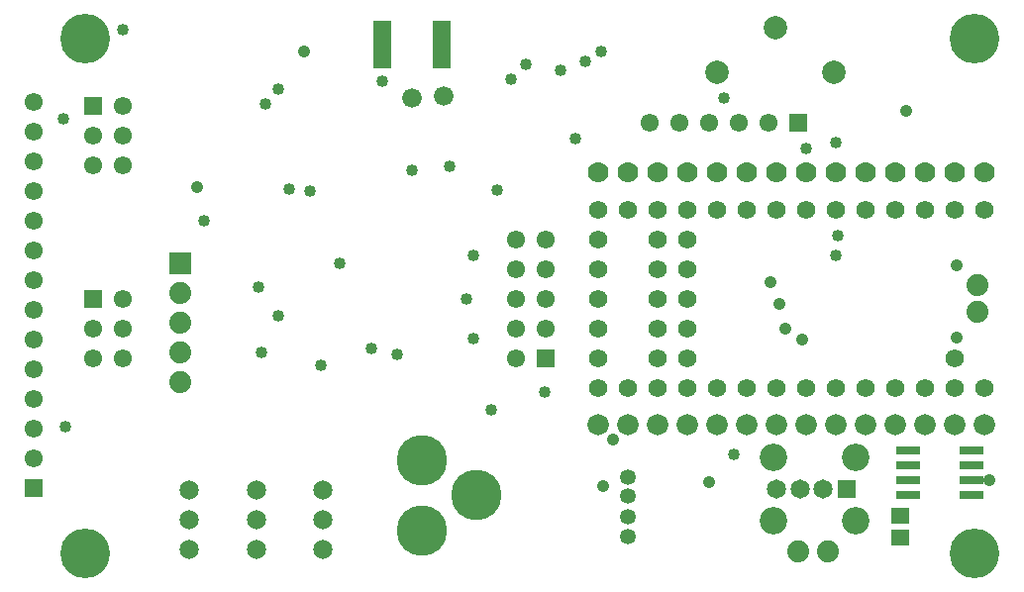
<source format=gbs>
G04 DipTrace 3.3.1.3*
G04 Teensy4.0TouchDisplayLoRaV0.2.gbs*
%MOIN*%
G04 #@! TF.FileFunction,Soldermask,Bot*
G04 #@! TF.Part,Single*
%AMOUTLINE6*
4,1,4,
0.03,0.08,
-0.03,0.08,
-0.03,-0.08,
0.03,-0.08,
0.03,0.08,
0*%
%ADD21C,0.04*%
%ADD32C,0.066*%
%ADD37C,0.17*%
%ADD40C,0.07*%
%ADD41C,0.074*%
%ADD52C,0.065199*%
%ADD53C,0.05315*%
%ADD60C,0.06194*%
%ADD61C,0.074*%
%ADD62R,0.074X0.074*%
%ADD76C,0.167*%
%ADD78C,0.042*%
%ADD80C,0.092551*%
%ADD82C,0.064992*%
%ADD84R,0.064992X0.064992*%
%ADD104C,0.078772*%
%ADD108R,0.08074X0.025622*%
%ADD122C,0.072*%
%ADD124C,0.061055*%
%ADD126R,0.061055X0.061055*%
%ADD132R,0.061055X0.053181*%
%ADD146OUTLINE6*%
%FSLAX26Y26*%
G04*
G70*
G90*
G75*
G01*
G04 BotMask*
%LPD*%
D78*
X3599613Y1236707D3*
Y1479183D3*
X3430881Y1999781D3*
X3712102Y756162D3*
X3080918Y1231112D3*
X3005926Y1349850D3*
X3024674Y1268608D3*
X2974679Y1424842D3*
X2443485Y893648D3*
X1043632Y1743558D3*
X1406094Y2199760D3*
X2768451Y749913D3*
X2412238Y737414D3*
D76*
X3661417Y511810D3*
X669291D3*
Y2244094D3*
X3661417D3*
D21*
X1262359Y1187367D3*
X793700Y2273700D3*
X1973700Y1233700D3*
X1949787Y1368598D3*
X1668566Y2099771D3*
X2033700Y993700D3*
X1631070Y1199865D3*
X1524831Y1487335D3*
X2405989Y2199760D3*
X2268503Y2137267D3*
X2349745Y2168514D3*
X2818445Y2043527D3*
X2149766Y2156015D3*
X2099771Y2106020D3*
X1893700Y1813700D3*
X599928Y937393D3*
X1718561Y1181117D3*
X2213700Y1053700D3*
X1318603Y2074773D3*
X1274857Y2024779D3*
X1973700Y1513700D3*
X1068629Y1631070D3*
X1356099Y1737309D3*
X593700Y1973700D3*
X2849692Y843653D3*
X1424842Y1731060D3*
X2318498Y1906041D3*
X3199655Y1581075D3*
X3093700Y1873700D3*
X1249860Y1406094D3*
X1318603Y1312354D3*
X1462338Y1143621D3*
X1768556Y1799802D3*
X2053700Y1733700D3*
X3193700Y1513700D3*
Y1893700D3*
D32*
X1768556Y2043527D3*
D132*
X3412039Y562527D3*
Y637330D3*
D32*
X1874794Y2049776D3*
D37*
X1799802Y824905D3*
Y588684D3*
X1984842Y706794D3*
D126*
X3068419Y1962285D3*
D124*
X2968419D3*
X2868419D3*
X2768419D3*
X2668419D3*
X2568419D3*
D40*
X3693700Y1793700D3*
X3593700D3*
X3493700D3*
X3393700D3*
X3293700D3*
X3193700D3*
X3093700D3*
X2993700D3*
X2893700D3*
X2793700D3*
X2693700D3*
X2593700D3*
X2493700D3*
X2393700D3*
D122*
X3693700Y943700D3*
X3593700D3*
X3493700D3*
X3393700D3*
X3293700D3*
X3193700D3*
X3093700D3*
X2993700D3*
X2893700D3*
X2793700D3*
X2693700D3*
X2593700D3*
X2493700D3*
X2393700D3*
D126*
X2218700Y1168700D3*
D124*
X2118700D3*
X2218700Y1268700D3*
X2118700D3*
X2218700Y1368700D3*
X2118700D3*
X2218700Y1468700D3*
X2118700D3*
X2218700Y1568700D3*
X2118700D3*
D41*
X3068700Y518700D3*
X3168700D3*
D104*
X3187157Y2131018D3*
X2990306Y2280624D3*
X2793456Y2131018D3*
D52*
X1018634Y524936D3*
Y624936D3*
Y724936D3*
X1243611Y524936D3*
Y624936D3*
Y724936D3*
X1468587Y524936D3*
Y624936D3*
Y724936D3*
D126*
X493700Y731700D3*
D124*
Y831700D3*
Y931700D3*
Y1031700D3*
Y1131700D3*
Y1231700D3*
Y1331700D3*
Y1431700D3*
Y1531700D3*
Y1631700D3*
Y1731700D3*
Y1831700D3*
Y1931700D3*
Y2031700D3*
D53*
X2493700Y568700D3*
Y633700D3*
Y703700D3*
Y768700D3*
D126*
X693700Y2018700D3*
D124*
X793700D3*
X693700Y1918700D3*
X793700D3*
X693700Y1818700D3*
X793700D3*
D126*
X693700Y1368700D3*
D124*
X793700D3*
X693700Y1268700D3*
X793700D3*
X693700Y1168700D3*
X793700D3*
D60*
X3693700Y1668700D3*
X3593700D3*
X3493700D3*
X3393700D3*
X3293700D3*
X3193700D3*
X3093700D3*
X2993700D3*
X2893700D3*
X2793700D3*
X2693700D3*
X2593700D3*
X2493700D3*
X2393700D3*
Y1568700D3*
Y1468700D3*
Y1368700D3*
Y1268700D3*
Y1168700D3*
Y1068700D3*
X2493700D3*
X2593700D3*
X2693700D3*
X2793700D3*
X2893700D3*
X2993700D3*
X3093700D3*
X3193700D3*
X3293700D3*
X3393700D3*
X3493700D3*
X3593700D3*
X3693700D3*
X3593700Y1168700D3*
D61*
X3671700Y1323700D3*
D60*
X2693700Y1568700D3*
X2593700Y1468700D3*
Y1368700D3*
D61*
X3671700Y1413700D3*
D60*
X2593700Y1568700D3*
X2693700Y1468700D3*
Y1368700D3*
Y1268700D3*
Y1168700D3*
X2593700Y1268700D3*
Y1168700D3*
D62*
X987388Y1487335D3*
D41*
Y1387335D3*
Y1287335D3*
Y1087335D3*
Y1187335D3*
D108*
X3649999Y856151D3*
Y806151D3*
Y756151D3*
Y706151D3*
X3437401D3*
Y756151D3*
Y806151D3*
Y856151D3*
D84*
X3230755Y728700D3*
D82*
X3152015D3*
X3073275D3*
X2994535D3*
D80*
X2983905Y621613D3*
Y835787D3*
X3259495Y621613D3*
Y835787D3*
D146*
X1868566Y2224758D3*
X1668566D3*
M02*

</source>
